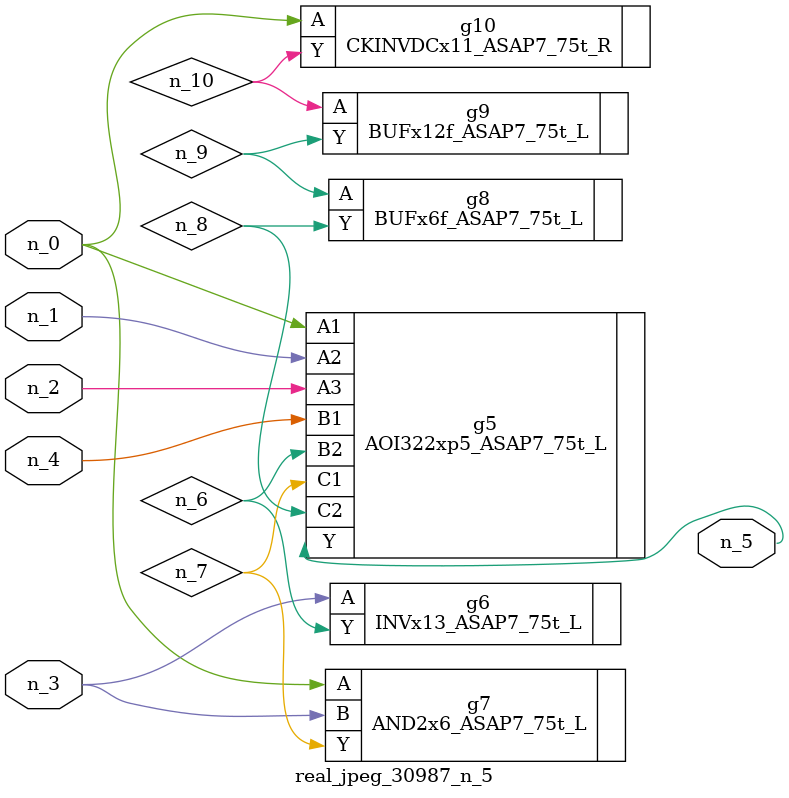
<source format=v>
module real_jpeg_30987_n_5 (n_4, n_0, n_1, n_2, n_3, n_5);

input n_4;
input n_0;
input n_1;
input n_2;
input n_3;

output n_5;

wire n_8;
wire n_6;
wire n_7;
wire n_10;
wire n_9;

AOI322xp5_ASAP7_75t_L g5 ( 
.A1(n_0),
.A2(n_1),
.A3(n_2),
.B1(n_4),
.B2(n_6),
.C1(n_7),
.C2(n_8),
.Y(n_5)
);

AND2x6_ASAP7_75t_L g7 ( 
.A(n_0),
.B(n_3),
.Y(n_7)
);

CKINVDCx11_ASAP7_75t_R g10 ( 
.A(n_0),
.Y(n_10)
);

INVx13_ASAP7_75t_L g6 ( 
.A(n_3),
.Y(n_6)
);

BUFx6f_ASAP7_75t_L g8 ( 
.A(n_9),
.Y(n_8)
);

BUFx12f_ASAP7_75t_L g9 ( 
.A(n_10),
.Y(n_9)
);


endmodule
</source>
